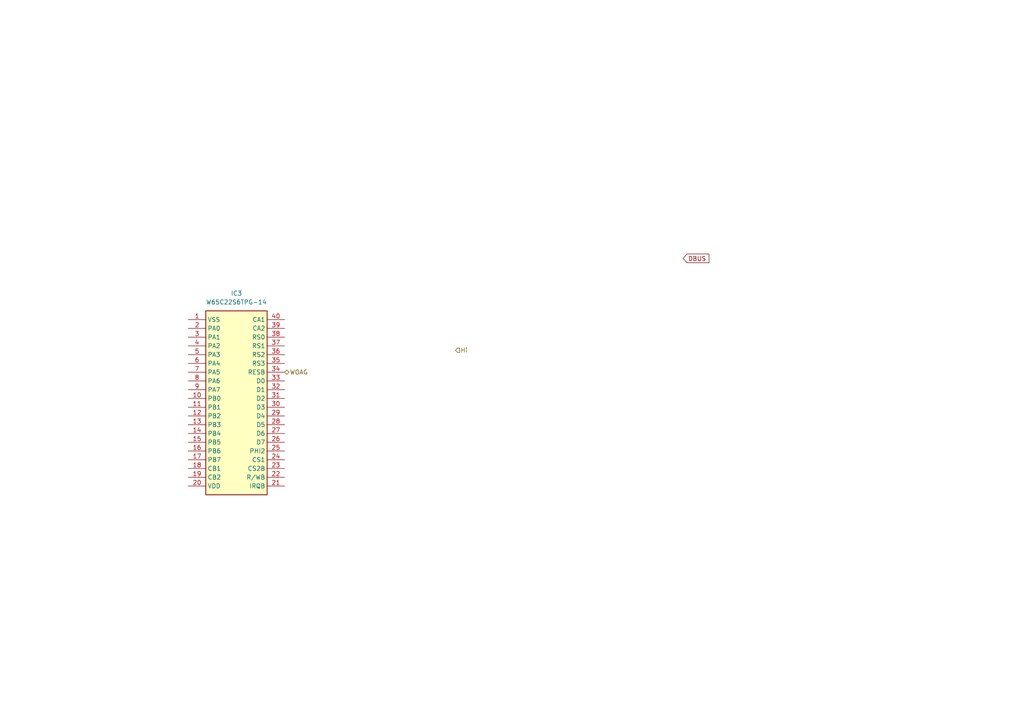
<source format=kicad_sch>
(kicad_sch (version 20250114) (generator "eeschema") (generator_version "9.0")
  (paper "A4")
  (lib_symbols
    (symbol "W65C22S6TPG-14:W65C22S6TPG-14"
      (property "Reference" "IC" (at 24.13 7.62 0))
      (property "Value" "W65C22S6TPG-14" (at 24.13 5.08 0))
      (symbol "W65C22S6TPG-14_1_1"
        (rectangle (start 5.08 2.54) (end 22.86 -50.8) (stroke (width 0.254)) (fill (type background)))
        (pin passive line (at 0 0 0) (length 5.08) (name "VSS") (number "1"))
        (pin passive line (at 0 -2.54 0) (length 5.08) (name "PA0") (number "2"))
        (pin passive line (at 0 -5.08 0) (length 5.08) (name "PA1") (number "3"))
        (pin passive line (at 0 -7.62 0) (length 5.08) (name "PA2") (number "4"))
        (pin passive line (at 0 -10.16 0) (length 5.08) (name "PA3") (number "5"))
        (pin passive line (at 0 -12.7 0) (length 5.08) (name "PA4") (number "6"))
        (pin passive line (at 0 -15.24 0) (length 5.08) (name "PA5") (number "7"))
        (pin passive line (at 0 -17.78 0) (length 5.08) (name "PA6") (number "8"))
        (pin passive line (at 0 -20.32 0) (length 5.08) (name "PA7") (number "9"))
        (pin passive line (at 0 -22.86 0) (length 5.08) (name "PB0") (number "10"))
        (pin passive line (at 0 -25.4 0) (length 5.08) (name "PB1") (number "11"))
        (pin passive line (at 0 -27.94 0) (length 5.08) (name "PB2") (number "12"))
        (pin passive line (at 0 -30.48 0) (length 5.08) (name "PB3") (number "13"))
        (pin passive line (at 0 -33.02 0) (length 5.08) (name "PB4") (number "14"))
        (pin passive line (at 0 -35.56 0) (length 5.08) (name "PB5") (number "15"))
        (pin passive line (at 0 -38.1 0) (length 5.08) (name "PB6") (number "16"))
        (pin passive line (at 0 -40.64 0) (length 5.08) (name "PB7") (number "17"))
        (pin passive line (at 0 -43.18 0) (length 5.08) (name "CB1") (number "18"))
        (pin passive line (at 0 -45.72 0) (length 5.08) (name "CB2") (number "19"))
        (pin passive line (at 0 -48.26 0) (length 5.08) (name "VDD") (number "20"))
        (pin passive line (at 27.94 0 180) (length 5.08) (name "CA1") (number "40"))
        (pin passive line (at 27.94 -2.54 180) (length 5.08) (name "CA2") (number "39"))
        (pin passive line (at 27.94 -5.08 180) (length 5.08) (name "RS0") (number "38"))
        (pin passive line (at 27.94 -7.62 180) (length 5.08) (name "RS1") (number "37"))
        (pin passive line (at 27.94 -10.16 180) (length 5.08) (name "RS2") (number "36"))
        (pin passive line (at 27.94 -12.7 180) (length 5.08) (name "RS3") (number "35"))
        (pin passive line (at 27.94 -15.24 180) (length 5.08) (name "RESB") (number "34"))
        (pin passive line (at 27.94 -17.78 180) (length 5.08) (name "D0") (number "33"))
        (pin passive line (at 27.94 -20.32 180) (length 5.08) (name "D1") (number "32"))
        (pin passive line (at 27.94 -22.86 180) (length 5.08) (name "D2") (number "31"))
        (pin passive line (at 27.94 -25.4 180) (length 5.08) (name "D3") (number "30"))
        (pin passive line (at 27.94 -27.94 180) (length 5.08) (name "D4") (number "29"))
        (pin passive line (at 27.94 -30.48 180) (length 5.08) (name "D5") (number "28"))
        (pin passive line (at 27.94 -33.02 180) (length 5.08) (name "D6") (number "27"))
        (pin passive line (at 27.94 -35.56 180) (length 5.08) (name "D7") (number "26"))
        (pin passive line (at 27.94 -38.1 180) (length 5.08) (name "PHI2") (number "25"))
        (pin passive line (at 27.94 -40.64 180) (length 5.08) (name "CS1") (number "24"))
        (pin passive line (at 27.94 -43.18 180) (length 5.08) (name "CS2B") (number "23"))
        (pin passive line (at 27.94 -45.72 180) (length 5.08) (name "R/WB") (number "22"))
        (pin passive line (at 27.94 -48.26 180) (length 5.08) (name "IRQB") (number "21"))
      )
    )
  )
  (global_label "DBUS" (shape input) (at 198.12 74.93 0) (property "Intersheetrefs" "${INTERSHEET_REFS}" (effects (hide yes))))
  (hierarchical_label "Hi" (shape input) (at 132.08 101.6 0))
  (hierarchical_label "WOAG" (shape bidirectional) (at 82.55 107.95 0))
  (symbol (lib_id "W65C22S6TPG-14:W65C22S6TPG-14") (at 54.61 92.71 0) (unit 1)
    (property "Reference" "IC3" (at 68.58 85.09 0))
    (property "Value" "W65C22S6TPG-14" (at 68.58 87.63 0))
    (property "Footprint" "DIP1524W38P254L5207H407Q40N" (effects (hide yes)))
    (property "Datasheet" "https://componentsearchengine.com/Datasheets/1/W65C22S6TPG-14.pdf" (effects (hide yes)))
    (property "Description" "I/O Controller Interface IC Versatile Interface Adapter" (effects (hide yes)))
    (property "Height" "4.07" (effects (hide yes)))
    (property "Mouser Part Number" "955-W65C22S6TPG-14" (effects (hide yes)))
    (property "Mouser Price/Stock" "https://www.mouser.co.uk/ProductDetail/Western-Design-Center-WDC/W65C22S6TPG-14?qs=opBjA1TV9038jNZ%252Bop8JdA%3D%3D" (effects (hide yes)))
    (property "Manufacturer_Name" "Western Design Center (WDC)" (effects (hide yes)))
    (property "Manufacturer_Part_Number" "W65C22S6TPG-14" (effects (hide yes)))
  )
)
</source>
